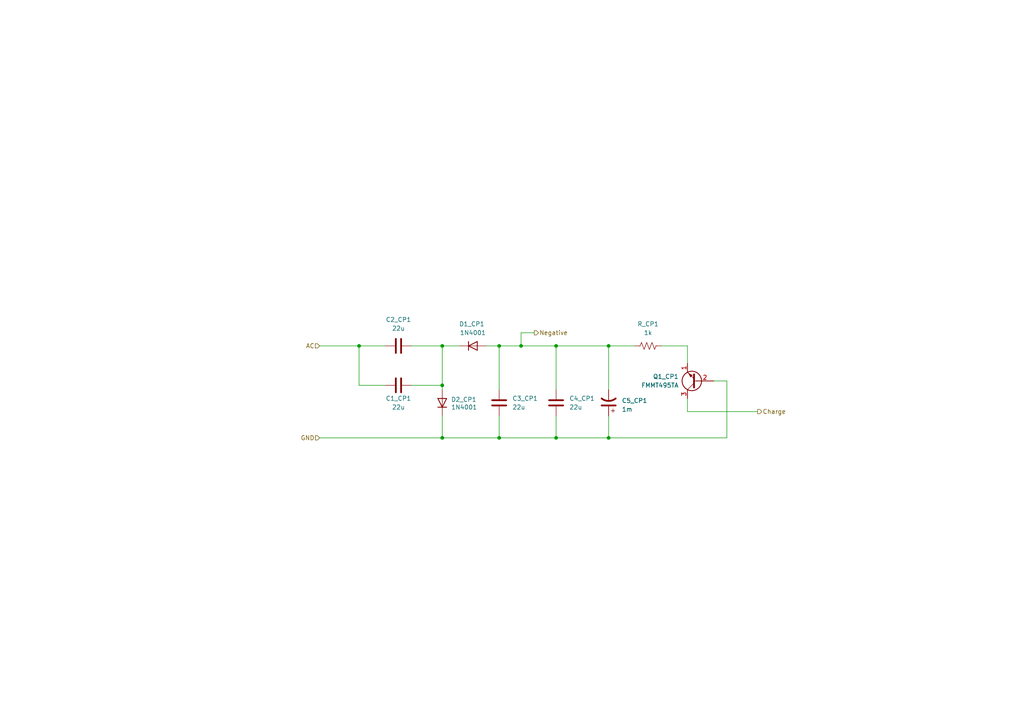
<source format=kicad_sch>
(kicad_sch (version 20211123) (generator eeschema)
  (paper "A4")
  (title_block (title "Charge Pump") (date "2022-08-29") (rev "1") (company "George Mason University") (comment 1 "regulators so that they can stay in regulation.") (comment 2 "reliably output 0V and to create a 1mA load for the linear") (comment 3 "that can be tied to the op-amps' negative rail so that they can") (comment 4 "The charge pump is used to generate a small negative voltage"))
  (lib_symbols
    (symbol "Device:C" (pin_numbers hide) (pin_names (offset 0.254))
      (property "Reference" "C" (at 0.635 2.54 0))
      (property "Value" "C" (at 0.635 -2.54 0))
      (symbol "C_0_1"
        (polyline (pts (xy -2.032 -0.762) (xy 2.032 -0.762)) (stroke (width 0.508)))
        (polyline (pts (xy -2.032 0.762) (xy 2.032 0.762)) (stroke (width 0.508)))
      )
      (symbol "C_1_1"
        (pin passive line (at 0 3.81 270) (length 2.794) (name "~") (number "1"))
        (pin passive line (at 0 -3.81 90) (length 2.794) (name "~") (number "2"))
      )
    )
    (symbol "Device:C_Polarized_US" (pin_numbers hide) (pin_names (offset 0.254) hide)
      (property "Reference" "C" (at 0.635 2.54 0))
      (property "Value" "C_Polarized_US" (at 0.635 -2.54 0))
      (symbol "C_Polarized_US_0_1"
        (polyline (pts (xy -2.032 0.762) (xy 2.032 0.762)) (stroke (width 0.508)))
        (polyline (pts (xy -1.778 2.286) (xy -0.762 2.286)))
        (polyline (pts (xy -1.27 1.778) (xy -1.27 2.794)))
        (arc (start 2.032 -1.27) (mid 0 -0.5572) (end -2.032 -1.27) (stroke (width 0.508)))
      )
      (symbol "C_Polarized_US_1_1"
        (pin passive line (at 0 3.81 270) (length 2.794) (name "~") (number "1"))
        (pin passive line (at 0 -3.81 90) (length 3.302) (name "~") (number "2"))
      )
    )
    (symbol "Device:R_US" (pin_numbers hide) (pin_names (offset 0))
      (property "Reference" "R" (at 2.54 0 90))
      (property "Value" "R_US" (at -2.54 0 90))
      (symbol "R_US_0_1"
        (polyline (pts (xy 0 -2.286) (xy 0 -2.54)))
        (polyline (pts (xy 0 2.286) (xy 0 2.54)))
        (polyline (pts (xy 0 -0.762) (xy 1.016 -1.143) (xy 0 -1.524) (xy -1.016 -1.905) (xy 0 -2.286)))
        (polyline (pts (xy 0 0.762) (xy 1.016 0.381) (xy 0 0) (xy -1.016 -0.381) (xy 0 -0.762)))
        (polyline (pts (xy 0 2.286) (xy 1.016 1.905) (xy 0 1.524) (xy -1.016 1.143) (xy 0 0.762)))
      )
      (symbol "R_US_1_1"
        (pin passive line (at 0 3.81 270) (length 1.27) (name "~") (number "1"))
        (pin passive line (at 0 -3.81 90) (length 1.27) (name "~") (number "2"))
      )
    )
    (symbol "Diode:1N4001" (pin_numbers hide) (pin_names (offset 1.016) hide)
      (property "Reference" "D" (at 0 2.54 0))
      (property "Value" "1N4001" (at 0 -2.54 0))
      (symbol "1N4001_0_1"
        (polyline (pts (xy -1.27 1.27) (xy -1.27 -1.27)) (stroke (width 0.254)))
        (polyline (pts (xy 1.27 0) (xy -1.27 0)))
        (polyline (pts (xy 1.27 1.27) (xy 1.27 -1.27) (xy -1.27 0) (xy 1.27 1.27)) (stroke (width 0.254)))
      )
      (symbol "1N4001_1_1"
        (pin passive line (at -3.81 0 0) (length 2.54) (name "K") (number "1"))
        (pin passive line (at 3.81 0 180) (length 2.54) (name "A") (number "2"))
      )
    )
    (symbol "Transistor_BJT:PN2222A" (pin_names (offset 0) hide)
      (property "Reference" "Q" (at 5.08 1.905 0))
      (property "Value" "PN2222A" (at 5.08 0 0))
      (symbol "PN2222A_0_1"
        (polyline (pts (xy 0 0) (xy 0.635 0)))
        (polyline (pts (xy 2.54 -2.54) (xy 0.635 -0.635)))
        (polyline (pts (xy 2.54 2.54) (xy 0.635 0.635)))
        (polyline (pts (xy 0.635 1.905) (xy 0.635 -1.905) (xy 0.635 -1.905)) (stroke (width 0.508)))
        (polyline (pts (xy 2.413 -2.413) (xy 1.905 -1.905) (xy 1.905 -1.905)))
        (polyline (pts (xy 1.143 -1.651) (xy 1.651 -1.143) (xy 2.159 -2.159) (xy 1.143 -1.651) (xy 1.143 -1.651)) (fill (type outline)))
        (circle (center 1.27 0) (radius 2.8194) (stroke (width 0.254)))
      )
      (symbol "PN2222A_1_1"
        (pin passive line (at 2.54 -5.08 90) (length 2.54) (name "E") (number "1"))
        (pin input line (at -5.08 0 0) (length 5.08) (name "B") (number "2"))
        (pin passive line (at 2.54 5.08 270) (length 2.54) (name "C") (number "3"))
      )
    )
  )
  (junction (at 104.14 100.33))
  (junction (at 144.78 127))
  (junction (at 176.53 127))
  (junction (at 161.29 127))
  (junction (at 151.13 100.33))
  (junction (at 128.27 127))
  (junction (at 144.78 100.33))
  (junction (at 161.29 100.33))
  (junction (at 176.53 100.33))
  (junction (at 128.27 111.76))
  (junction (at 128.27 100.33))
  (wire (pts (xy 92.71 100.33) (xy 104.14 100.33)))
  (wire (pts (xy 154.94 96.52) (xy 151.13 96.52)))
  (wire (pts (xy 161.29 127) (xy 176.53 127)))
  (wire (pts (xy 104.14 100.33) (xy 111.76 100.33)))
  (wire (pts (xy 119.38 111.76) (xy 128.27 111.76)))
  (wire (pts (xy 92.71 127) (xy 128.27 127)))
  (wire (pts (xy 128.27 100.33) (xy 119.38 100.33)))
  (wire (pts (xy 128.27 127) (xy 144.78 127)))
  (wire (pts (xy 210.82 110.49) (xy 210.82 127)))
  (wire (pts (xy 140.97 100.33) (xy 144.78 100.33)))
  (wire (pts (xy 161.29 100.33) (xy 176.53 100.33)))
  (wire (pts (xy 176.53 127) (xy 210.82 127)))
  (wire (pts (xy 144.78 100.33) (xy 144.78 113.03)))
  (wire (pts (xy 133.35 100.33) (xy 128.27 100.33)))
  (wire (pts (xy 161.29 100.33) (xy 161.29 113.03)))
  (wire (pts (xy 151.13 96.52) (xy 151.13 100.33)))
  (wire (pts (xy 128.27 113.03) (xy 128.27 111.76)))
  (wire (pts (xy 128.27 111.76) (xy 128.27 100.33)))
  (wire (pts (xy 161.29 127) (xy 161.29 120.65)))
  (wire (pts (xy 176.53 113.03) (xy 176.53 100.33)))
  (wire (pts (xy 144.78 127) (xy 161.29 127)))
  (wire (pts (xy 144.78 100.33) (xy 151.13 100.33)))
  (wire (pts (xy 207.01 110.49) (xy 210.82 110.49)))
  (wire (pts (xy 176.53 127) (xy 176.53 120.65)))
  (wire (pts (xy 199.39 115.57) (xy 199.39 119.38)))
  (wire (pts (xy 111.76 111.76) (xy 104.14 111.76)))
  (wire (pts (xy 191.77 100.33) (xy 199.39 100.33)))
  (wire (pts (xy 151.13 100.33) (xy 161.29 100.33)))
  (wire (pts (xy 199.39 119.38) (xy 219.71 119.38)))
  (wire (pts (xy 199.39 100.33) (xy 199.39 105.41)))
  (wire (pts (xy 144.78 120.65) (xy 144.78 127)))
  (wire (pts (xy 104.14 100.33) (xy 104.14 111.76)))
  (wire (pts (xy 128.27 120.65) (xy 128.27 127)))
  (wire (pts (xy 184.15 100.33) (xy 176.53 100.33)))
  (hierarchical_label "GND" (shape input) (at 92.71 127 180))
  (hierarchical_label "Charge" (shape output) (at 219.71 119.38 0))
  (hierarchical_label "Negative" (shape output) (at 154.94 96.52 0))
  (hierarchical_label "AC" (shape input) (at 92.71 100.33 180))
  (symbol (lib_id "Device:C") (at 144.78 116.84 0) (unit 1)
    (property "Reference" "C3_CP1" (at 148.59 115.5699 0) (effects (justify left)))
    (property "Value" "22u" (at 148.59 118.1099 0) (effects (justify left)))
    (property "Footprint" "Capacitor_SMD:C_1210_3225Metric" (effects hide))
  )
  (symbol (lib_id "Device:C") (at 115.57 111.76 90) (unit 1)
    (property "Reference" "C1_CP1" (at 115.57 115.57 90))
    (property "Value" "22u" (at 115.57 118.11 90))
    (property "Footprint" "Capacitor_SMD:C_1210_3225Metric" (effects hide))
  )
  (symbol (lib_id "Device:C") (at 161.29 116.84 0) (unit 1)
    (property "Reference" "C4_CP1" (at 165.1 115.5699 0) (effects (justify left)))
    (property "Value" "22u" (at 165.1 118.1099 0) (effects (justify left)))
    (property "Footprint" "Capacitor_SMD:C_1210_3225Metric" (effects hide))
  )
  (symbol (lib_id "Diode:1N4001") (at 128.27 116.84 90) (unit 1)
    (property "Reference" "D2_CP1" (at 130.81 115.8874 90) (effects (justify right)))
    (property "Value" "1N4001" (at 134.62 118.11 90))
    (property "Footprint" "Diode_SMD:D_SMA" (effects hide))
    (property "Datasheet" "http://www.vishay.com/docs/88503/1n4001.pdf" (effects hide))
  )
  (symbol (lib_id "Device:C") (at 115.57 100.33 90) (unit 1)
    (property "Reference" "C2_CP1" (at 115.57 92.71 90))
    (property "Value" "22u" (at 115.57 95.25 90))
    (property "Footprint" "Capacitor_SMD:C_1210_3225Metric" (effects hide))
  )
  (symbol (lib_id "Diode:1N4001") (at 137.16 100.33 0) (unit 1)
    (property "Reference" "D1_CP1" (at 136.8425 93.98 0))
    (property "Value" "1N4001" (at 137.16 96.52 0))
    (property "Footprint" "Diode_SMD:D_SMA" (effects hide))
    (property "Datasheet" "http://www.vishay.com/docs/88503/1n4001.pdf" (effects hide))
  )
  (symbol (lib_id "Device:C_Polarized_US") (at 176.53 116.84 180) (unit 1)
    (property "Reference" "C5_CP1" (at 180.34 116.2049 0) (effects (justify right)))
    (property "Value" "1m" (at 180.34 118.7449 0) (effects (justify right)))
    (property "Footprint" "Capacitor_THT:CP_Radial_D10.0mm_P5.00mm" (effects hide))
  )
  (symbol (lib_id "Device:R_US") (at 187.96 100.33 90) (unit 1)
    (property "Reference" "R_CP1" (at 187.96 93.98 90))
    (property "Value" "1k" (at 187.96 96.52 90))
    (property "Footprint" "Resistor_SMD:R_0603_1608Metric" (effects hide))
  )
  (symbol (lib_id "Transistor_BJT:PN2222A") (at 201.93 110.49 180) (unit 1)
    (property "Reference" "Q1_CP1" (at 196.85 109.2199 0) (effects (justify left)))
    (property "Value" "FMMT495TA" (at 196.85 111.7599 0) (effects (justify left)))
    (property "Footprint" "Package_TO_SOT_SMD:SOT-23" (effects hide))
    (property "Datasheet" "https://www.onsemi.com/pub/Collateral/PN2222-D.PDF" (effects hide))
  )
)
</source>
